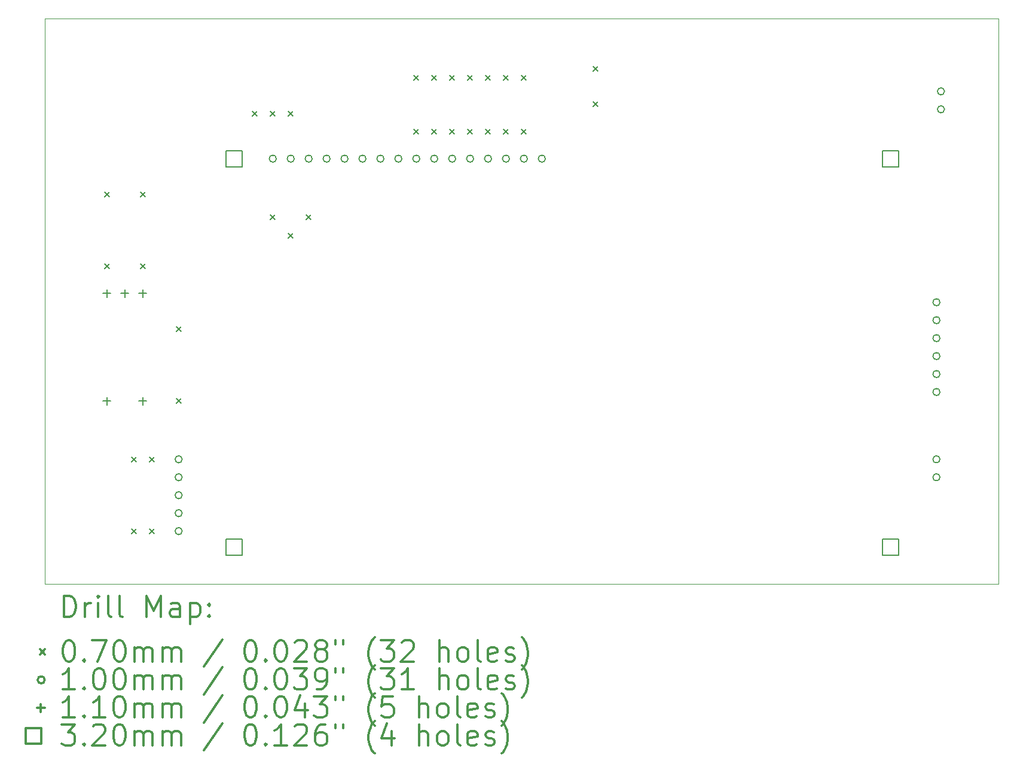
<source format=gbr>
%FSLAX45Y45*%
G04 Gerber Fmt 4.5, Leading zero omitted, Abs format (unit mm)*
G04 Created by KiCad (PCBNEW 4.0.1-stable) date 01/02/17 16:37:33*
%MOMM*%
G01*
G04 APERTURE LIST*
%ADD10C,0.127000*%
%ADD11C,0.100000*%
%ADD12C,0.200000*%
%ADD13C,0.300000*%
G04 APERTURE END LIST*
D10*
D11*
X7380000Y-12982000D02*
X7380000Y-4982000D01*
X20880000Y-12982000D02*
X7380000Y-12982000D01*
X20880000Y-4982000D02*
X20880000Y-12982000D01*
X7380000Y-4982000D02*
X20880000Y-4982000D01*
D12*
X8220000Y-7440000D02*
X8290000Y-7510000D01*
X8290000Y-7440000D02*
X8220000Y-7510000D01*
X8220000Y-8456000D02*
X8290000Y-8526000D01*
X8290000Y-8456000D02*
X8220000Y-8526000D01*
X8601000Y-11186500D02*
X8671000Y-11256500D01*
X8671000Y-11186500D02*
X8601000Y-11256500D01*
X8601000Y-12202500D02*
X8671000Y-12272500D01*
X8671000Y-12202500D02*
X8601000Y-12272500D01*
X8728000Y-7440000D02*
X8798000Y-7510000D01*
X8798000Y-7440000D02*
X8728000Y-7510000D01*
X8728000Y-8456000D02*
X8798000Y-8526000D01*
X8798000Y-8456000D02*
X8728000Y-8526000D01*
X8855000Y-11186500D02*
X8925000Y-11256500D01*
X8925000Y-11186500D02*
X8855000Y-11256500D01*
X8855000Y-12202500D02*
X8925000Y-12272500D01*
X8925000Y-12202500D02*
X8855000Y-12272500D01*
X9236000Y-9345000D02*
X9306000Y-9415000D01*
X9306000Y-9345000D02*
X9236000Y-9415000D01*
X9236000Y-10361000D02*
X9306000Y-10431000D01*
X9306000Y-10361000D02*
X9236000Y-10431000D01*
X10315500Y-6297000D02*
X10385500Y-6367000D01*
X10385500Y-6297000D02*
X10315500Y-6367000D01*
X10569500Y-6297000D02*
X10639500Y-6367000D01*
X10639500Y-6297000D02*
X10569500Y-6367000D01*
X10569500Y-7757500D02*
X10639500Y-7827500D01*
X10639500Y-7757500D02*
X10569500Y-7827500D01*
X10823500Y-6297000D02*
X10893500Y-6367000D01*
X10893500Y-6297000D02*
X10823500Y-6367000D01*
X10823500Y-8024200D02*
X10893500Y-8094200D01*
X10893500Y-8024200D02*
X10823500Y-8094200D01*
X11077500Y-7757500D02*
X11147500Y-7827500D01*
X11147500Y-7757500D02*
X11077500Y-7827500D01*
X12601500Y-5789000D02*
X12671500Y-5859000D01*
X12671500Y-5789000D02*
X12601500Y-5859000D01*
X12601500Y-6551000D02*
X12671500Y-6621000D01*
X12671500Y-6551000D02*
X12601500Y-6621000D01*
X12855500Y-5789000D02*
X12925500Y-5859000D01*
X12925500Y-5789000D02*
X12855500Y-5859000D01*
X12855500Y-6551000D02*
X12925500Y-6621000D01*
X12925500Y-6551000D02*
X12855500Y-6621000D01*
X13109500Y-5789000D02*
X13179500Y-5859000D01*
X13179500Y-5789000D02*
X13109500Y-5859000D01*
X13109500Y-6551000D02*
X13179500Y-6621000D01*
X13179500Y-6551000D02*
X13109500Y-6621000D01*
X13363500Y-5789000D02*
X13433500Y-5859000D01*
X13433500Y-5789000D02*
X13363500Y-5859000D01*
X13363500Y-6551000D02*
X13433500Y-6621000D01*
X13433500Y-6551000D02*
X13363500Y-6621000D01*
X13617500Y-5789000D02*
X13687500Y-5859000D01*
X13687500Y-5789000D02*
X13617500Y-5859000D01*
X13617500Y-6551000D02*
X13687500Y-6621000D01*
X13687500Y-6551000D02*
X13617500Y-6621000D01*
X13871500Y-5789000D02*
X13941500Y-5859000D01*
X13941500Y-5789000D02*
X13871500Y-5859000D01*
X13871500Y-6551000D02*
X13941500Y-6621000D01*
X13941500Y-6551000D02*
X13871500Y-6621000D01*
X14125500Y-5789000D02*
X14195500Y-5859000D01*
X14195500Y-5789000D02*
X14125500Y-5859000D01*
X14125500Y-6551000D02*
X14195500Y-6621000D01*
X14195500Y-6551000D02*
X14125500Y-6621000D01*
X15141500Y-5662000D02*
X15211500Y-5732000D01*
X15211500Y-5662000D02*
X15141500Y-5732000D01*
X15141500Y-6162000D02*
X15211500Y-6232000D01*
X15211500Y-6162000D02*
X15141500Y-6232000D01*
X9321000Y-11221500D02*
G75*
G03X9321000Y-11221500I-50000J0D01*
G01*
X9321000Y-11475500D02*
G75*
G03X9321000Y-11475500I-50000J0D01*
G01*
X9321000Y-11729500D02*
G75*
G03X9321000Y-11729500I-50000J0D01*
G01*
X9321000Y-11983500D02*
G75*
G03X9321000Y-11983500I-50000J0D01*
G01*
X9321000Y-12237500D02*
G75*
G03X9321000Y-12237500I-50000J0D01*
G01*
X10654500Y-6967000D02*
G75*
G03X10654500Y-6967000I-50000J0D01*
G01*
X10908500Y-6967000D02*
G75*
G03X10908500Y-6967000I-50000J0D01*
G01*
X11162500Y-6967000D02*
G75*
G03X11162500Y-6967000I-50000J0D01*
G01*
X11416500Y-6967000D02*
G75*
G03X11416500Y-6967000I-50000J0D01*
G01*
X11670500Y-6967000D02*
G75*
G03X11670500Y-6967000I-50000J0D01*
G01*
X11924500Y-6967000D02*
G75*
G03X11924500Y-6967000I-50000J0D01*
G01*
X12178500Y-6967000D02*
G75*
G03X12178500Y-6967000I-50000J0D01*
G01*
X12432500Y-6967000D02*
G75*
G03X12432500Y-6967000I-50000J0D01*
G01*
X12686500Y-6967000D02*
G75*
G03X12686500Y-6967000I-50000J0D01*
G01*
X12940500Y-6967000D02*
G75*
G03X12940500Y-6967000I-50000J0D01*
G01*
X13194500Y-6967000D02*
G75*
G03X13194500Y-6967000I-50000J0D01*
G01*
X13448500Y-6967000D02*
G75*
G03X13448500Y-6967000I-50000J0D01*
G01*
X13702500Y-6967000D02*
G75*
G03X13702500Y-6967000I-50000J0D01*
G01*
X13956500Y-6967000D02*
G75*
G03X13956500Y-6967000I-50000J0D01*
G01*
X14210500Y-6967000D02*
G75*
G03X14210500Y-6967000I-50000J0D01*
G01*
X14464500Y-6967000D02*
G75*
G03X14464500Y-6967000I-50000J0D01*
G01*
X20052500Y-8999000D02*
G75*
G03X20052500Y-8999000I-50000J0D01*
G01*
X20052500Y-9253000D02*
G75*
G03X20052500Y-9253000I-50000J0D01*
G01*
X20052500Y-9507000D02*
G75*
G03X20052500Y-9507000I-50000J0D01*
G01*
X20052500Y-9761000D02*
G75*
G03X20052500Y-9761000I-50000J0D01*
G01*
X20052500Y-10015000D02*
G75*
G03X20052500Y-10015000I-50000J0D01*
G01*
X20052500Y-10269000D02*
G75*
G03X20052500Y-10269000I-50000J0D01*
G01*
X20052500Y-11221500D02*
G75*
G03X20052500Y-11221500I-50000J0D01*
G01*
X20052500Y-11475500D02*
G75*
G03X20052500Y-11475500I-50000J0D01*
G01*
X20116000Y-6014500D02*
G75*
G03X20116000Y-6014500I-50000J0D01*
G01*
X20116000Y-6268500D02*
G75*
G03X20116000Y-6268500I-50000J0D01*
G01*
X8255000Y-8817000D02*
X8255000Y-8927000D01*
X8200000Y-8872000D02*
X8310000Y-8872000D01*
X8255000Y-10341000D02*
X8255000Y-10451000D01*
X8200000Y-10396000D02*
X8310000Y-10396000D01*
X8509000Y-8817000D02*
X8509000Y-8927000D01*
X8454000Y-8872000D02*
X8564000Y-8872000D01*
X8763000Y-8817000D02*
X8763000Y-8927000D01*
X8708000Y-8872000D02*
X8818000Y-8872000D01*
X8763000Y-10341000D02*
X8763000Y-10451000D01*
X8708000Y-10396000D02*
X8818000Y-10396000D01*
X10167638Y-12580138D02*
X10167638Y-12353862D01*
X9941362Y-12353862D01*
X9941362Y-12580138D01*
X10167638Y-12580138D01*
X10167728Y-7080138D02*
X10167728Y-6853862D01*
X9941452Y-6853862D01*
X9941452Y-7080138D01*
X10167728Y-7080138D01*
X19467638Y-7080138D02*
X19467638Y-6853862D01*
X19241362Y-6853862D01*
X19241362Y-7080138D01*
X19467638Y-7080138D01*
X19467638Y-12580138D02*
X19467638Y-12353862D01*
X19241362Y-12353862D01*
X19241362Y-12580138D01*
X19467638Y-12580138D01*
D13*
X7646428Y-13452714D02*
X7646428Y-13152714D01*
X7717857Y-13152714D01*
X7760714Y-13167000D01*
X7789286Y-13195571D01*
X7803571Y-13224143D01*
X7817857Y-13281286D01*
X7817857Y-13324143D01*
X7803571Y-13381286D01*
X7789286Y-13409857D01*
X7760714Y-13438429D01*
X7717857Y-13452714D01*
X7646428Y-13452714D01*
X7946428Y-13452714D02*
X7946428Y-13252714D01*
X7946428Y-13309857D02*
X7960714Y-13281286D01*
X7975000Y-13267000D01*
X8003571Y-13252714D01*
X8032143Y-13252714D01*
X8132143Y-13452714D02*
X8132143Y-13252714D01*
X8132143Y-13152714D02*
X8117857Y-13167000D01*
X8132143Y-13181286D01*
X8146428Y-13167000D01*
X8132143Y-13152714D01*
X8132143Y-13181286D01*
X8317857Y-13452714D02*
X8289286Y-13438429D01*
X8275000Y-13409857D01*
X8275000Y-13152714D01*
X8475000Y-13452714D02*
X8446429Y-13438429D01*
X8432143Y-13409857D01*
X8432143Y-13152714D01*
X8817857Y-13452714D02*
X8817857Y-13152714D01*
X8917857Y-13367000D01*
X9017857Y-13152714D01*
X9017857Y-13452714D01*
X9289286Y-13452714D02*
X9289286Y-13295571D01*
X9275000Y-13267000D01*
X9246429Y-13252714D01*
X9189286Y-13252714D01*
X9160714Y-13267000D01*
X9289286Y-13438429D02*
X9260714Y-13452714D01*
X9189286Y-13452714D01*
X9160714Y-13438429D01*
X9146429Y-13409857D01*
X9146429Y-13381286D01*
X9160714Y-13352714D01*
X9189286Y-13338429D01*
X9260714Y-13338429D01*
X9289286Y-13324143D01*
X9432143Y-13252714D02*
X9432143Y-13552714D01*
X9432143Y-13267000D02*
X9460714Y-13252714D01*
X9517857Y-13252714D01*
X9546429Y-13267000D01*
X9560714Y-13281286D01*
X9575000Y-13309857D01*
X9575000Y-13395571D01*
X9560714Y-13424143D01*
X9546429Y-13438429D01*
X9517857Y-13452714D01*
X9460714Y-13452714D01*
X9432143Y-13438429D01*
X9703571Y-13424143D02*
X9717857Y-13438429D01*
X9703571Y-13452714D01*
X9689286Y-13438429D01*
X9703571Y-13424143D01*
X9703571Y-13452714D01*
X9703571Y-13267000D02*
X9717857Y-13281286D01*
X9703571Y-13295571D01*
X9689286Y-13281286D01*
X9703571Y-13267000D01*
X9703571Y-13295571D01*
X7305000Y-13912000D02*
X7375000Y-13982000D01*
X7375000Y-13912000D02*
X7305000Y-13982000D01*
X7703571Y-13782714D02*
X7732143Y-13782714D01*
X7760714Y-13797000D01*
X7775000Y-13811286D01*
X7789286Y-13839857D01*
X7803571Y-13897000D01*
X7803571Y-13968429D01*
X7789286Y-14025571D01*
X7775000Y-14054143D01*
X7760714Y-14068429D01*
X7732143Y-14082714D01*
X7703571Y-14082714D01*
X7675000Y-14068429D01*
X7660714Y-14054143D01*
X7646428Y-14025571D01*
X7632143Y-13968429D01*
X7632143Y-13897000D01*
X7646428Y-13839857D01*
X7660714Y-13811286D01*
X7675000Y-13797000D01*
X7703571Y-13782714D01*
X7932143Y-14054143D02*
X7946428Y-14068429D01*
X7932143Y-14082714D01*
X7917857Y-14068429D01*
X7932143Y-14054143D01*
X7932143Y-14082714D01*
X8046428Y-13782714D02*
X8246428Y-13782714D01*
X8117857Y-14082714D01*
X8417857Y-13782714D02*
X8446429Y-13782714D01*
X8475000Y-13797000D01*
X8489286Y-13811286D01*
X8503571Y-13839857D01*
X8517857Y-13897000D01*
X8517857Y-13968429D01*
X8503571Y-14025571D01*
X8489286Y-14054143D01*
X8475000Y-14068429D01*
X8446429Y-14082714D01*
X8417857Y-14082714D01*
X8389286Y-14068429D01*
X8375000Y-14054143D01*
X8360714Y-14025571D01*
X8346428Y-13968429D01*
X8346428Y-13897000D01*
X8360714Y-13839857D01*
X8375000Y-13811286D01*
X8389286Y-13797000D01*
X8417857Y-13782714D01*
X8646429Y-14082714D02*
X8646429Y-13882714D01*
X8646429Y-13911286D02*
X8660714Y-13897000D01*
X8689286Y-13882714D01*
X8732143Y-13882714D01*
X8760714Y-13897000D01*
X8775000Y-13925571D01*
X8775000Y-14082714D01*
X8775000Y-13925571D02*
X8789286Y-13897000D01*
X8817857Y-13882714D01*
X8860714Y-13882714D01*
X8889286Y-13897000D01*
X8903571Y-13925571D01*
X8903571Y-14082714D01*
X9046429Y-14082714D02*
X9046429Y-13882714D01*
X9046429Y-13911286D02*
X9060714Y-13897000D01*
X9089286Y-13882714D01*
X9132143Y-13882714D01*
X9160714Y-13897000D01*
X9175000Y-13925571D01*
X9175000Y-14082714D01*
X9175000Y-13925571D02*
X9189286Y-13897000D01*
X9217857Y-13882714D01*
X9260714Y-13882714D01*
X9289286Y-13897000D01*
X9303571Y-13925571D01*
X9303571Y-14082714D01*
X9889286Y-13768429D02*
X9632143Y-14154143D01*
X10275000Y-13782714D02*
X10303571Y-13782714D01*
X10332143Y-13797000D01*
X10346428Y-13811286D01*
X10360714Y-13839857D01*
X10375000Y-13897000D01*
X10375000Y-13968429D01*
X10360714Y-14025571D01*
X10346428Y-14054143D01*
X10332143Y-14068429D01*
X10303571Y-14082714D01*
X10275000Y-14082714D01*
X10246428Y-14068429D01*
X10232143Y-14054143D01*
X10217857Y-14025571D01*
X10203571Y-13968429D01*
X10203571Y-13897000D01*
X10217857Y-13839857D01*
X10232143Y-13811286D01*
X10246428Y-13797000D01*
X10275000Y-13782714D01*
X10503571Y-14054143D02*
X10517857Y-14068429D01*
X10503571Y-14082714D01*
X10489286Y-14068429D01*
X10503571Y-14054143D01*
X10503571Y-14082714D01*
X10703571Y-13782714D02*
X10732143Y-13782714D01*
X10760714Y-13797000D01*
X10775000Y-13811286D01*
X10789286Y-13839857D01*
X10803571Y-13897000D01*
X10803571Y-13968429D01*
X10789286Y-14025571D01*
X10775000Y-14054143D01*
X10760714Y-14068429D01*
X10732143Y-14082714D01*
X10703571Y-14082714D01*
X10675000Y-14068429D01*
X10660714Y-14054143D01*
X10646428Y-14025571D01*
X10632143Y-13968429D01*
X10632143Y-13897000D01*
X10646428Y-13839857D01*
X10660714Y-13811286D01*
X10675000Y-13797000D01*
X10703571Y-13782714D01*
X10917857Y-13811286D02*
X10932143Y-13797000D01*
X10960714Y-13782714D01*
X11032143Y-13782714D01*
X11060714Y-13797000D01*
X11075000Y-13811286D01*
X11089286Y-13839857D01*
X11089286Y-13868429D01*
X11075000Y-13911286D01*
X10903571Y-14082714D01*
X11089286Y-14082714D01*
X11260714Y-13911286D02*
X11232143Y-13897000D01*
X11217857Y-13882714D01*
X11203571Y-13854143D01*
X11203571Y-13839857D01*
X11217857Y-13811286D01*
X11232143Y-13797000D01*
X11260714Y-13782714D01*
X11317857Y-13782714D01*
X11346428Y-13797000D01*
X11360714Y-13811286D01*
X11375000Y-13839857D01*
X11375000Y-13854143D01*
X11360714Y-13882714D01*
X11346428Y-13897000D01*
X11317857Y-13911286D01*
X11260714Y-13911286D01*
X11232143Y-13925571D01*
X11217857Y-13939857D01*
X11203571Y-13968429D01*
X11203571Y-14025571D01*
X11217857Y-14054143D01*
X11232143Y-14068429D01*
X11260714Y-14082714D01*
X11317857Y-14082714D01*
X11346428Y-14068429D01*
X11360714Y-14054143D01*
X11375000Y-14025571D01*
X11375000Y-13968429D01*
X11360714Y-13939857D01*
X11346428Y-13925571D01*
X11317857Y-13911286D01*
X11489286Y-13782714D02*
X11489286Y-13839857D01*
X11603571Y-13782714D02*
X11603571Y-13839857D01*
X12046428Y-14197000D02*
X12032143Y-14182714D01*
X12003571Y-14139857D01*
X11989285Y-14111286D01*
X11975000Y-14068429D01*
X11960714Y-13997000D01*
X11960714Y-13939857D01*
X11975000Y-13868429D01*
X11989285Y-13825571D01*
X12003571Y-13797000D01*
X12032143Y-13754143D01*
X12046428Y-13739857D01*
X12132143Y-13782714D02*
X12317857Y-13782714D01*
X12217857Y-13897000D01*
X12260714Y-13897000D01*
X12289285Y-13911286D01*
X12303571Y-13925571D01*
X12317857Y-13954143D01*
X12317857Y-14025571D01*
X12303571Y-14054143D01*
X12289285Y-14068429D01*
X12260714Y-14082714D01*
X12175000Y-14082714D01*
X12146428Y-14068429D01*
X12132143Y-14054143D01*
X12432143Y-13811286D02*
X12446428Y-13797000D01*
X12475000Y-13782714D01*
X12546428Y-13782714D01*
X12575000Y-13797000D01*
X12589285Y-13811286D01*
X12603571Y-13839857D01*
X12603571Y-13868429D01*
X12589285Y-13911286D01*
X12417857Y-14082714D01*
X12603571Y-14082714D01*
X12960714Y-14082714D02*
X12960714Y-13782714D01*
X13089285Y-14082714D02*
X13089285Y-13925571D01*
X13075000Y-13897000D01*
X13046428Y-13882714D01*
X13003571Y-13882714D01*
X12975000Y-13897000D01*
X12960714Y-13911286D01*
X13275000Y-14082714D02*
X13246428Y-14068429D01*
X13232143Y-14054143D01*
X13217857Y-14025571D01*
X13217857Y-13939857D01*
X13232143Y-13911286D01*
X13246428Y-13897000D01*
X13275000Y-13882714D01*
X13317857Y-13882714D01*
X13346428Y-13897000D01*
X13360714Y-13911286D01*
X13375000Y-13939857D01*
X13375000Y-14025571D01*
X13360714Y-14054143D01*
X13346428Y-14068429D01*
X13317857Y-14082714D01*
X13275000Y-14082714D01*
X13546428Y-14082714D02*
X13517857Y-14068429D01*
X13503571Y-14039857D01*
X13503571Y-13782714D01*
X13775000Y-14068429D02*
X13746428Y-14082714D01*
X13689286Y-14082714D01*
X13660714Y-14068429D01*
X13646428Y-14039857D01*
X13646428Y-13925571D01*
X13660714Y-13897000D01*
X13689286Y-13882714D01*
X13746428Y-13882714D01*
X13775000Y-13897000D01*
X13789286Y-13925571D01*
X13789286Y-13954143D01*
X13646428Y-13982714D01*
X13903571Y-14068429D02*
X13932143Y-14082714D01*
X13989286Y-14082714D01*
X14017857Y-14068429D01*
X14032143Y-14039857D01*
X14032143Y-14025571D01*
X14017857Y-13997000D01*
X13989286Y-13982714D01*
X13946428Y-13982714D01*
X13917857Y-13968429D01*
X13903571Y-13939857D01*
X13903571Y-13925571D01*
X13917857Y-13897000D01*
X13946428Y-13882714D01*
X13989286Y-13882714D01*
X14017857Y-13897000D01*
X14132143Y-14197000D02*
X14146428Y-14182714D01*
X14175000Y-14139857D01*
X14189286Y-14111286D01*
X14203571Y-14068429D01*
X14217857Y-13997000D01*
X14217857Y-13939857D01*
X14203571Y-13868429D01*
X14189286Y-13825571D01*
X14175000Y-13797000D01*
X14146428Y-13754143D01*
X14132143Y-13739857D01*
X7375000Y-14343000D02*
G75*
G03X7375000Y-14343000I-50000J0D01*
G01*
X7803571Y-14478714D02*
X7632143Y-14478714D01*
X7717857Y-14478714D02*
X7717857Y-14178714D01*
X7689286Y-14221571D01*
X7660714Y-14250143D01*
X7632143Y-14264429D01*
X7932143Y-14450143D02*
X7946428Y-14464429D01*
X7932143Y-14478714D01*
X7917857Y-14464429D01*
X7932143Y-14450143D01*
X7932143Y-14478714D01*
X8132143Y-14178714D02*
X8160714Y-14178714D01*
X8189286Y-14193000D01*
X8203571Y-14207286D01*
X8217857Y-14235857D01*
X8232143Y-14293000D01*
X8232143Y-14364429D01*
X8217857Y-14421571D01*
X8203571Y-14450143D01*
X8189286Y-14464429D01*
X8160714Y-14478714D01*
X8132143Y-14478714D01*
X8103571Y-14464429D01*
X8089286Y-14450143D01*
X8075000Y-14421571D01*
X8060714Y-14364429D01*
X8060714Y-14293000D01*
X8075000Y-14235857D01*
X8089286Y-14207286D01*
X8103571Y-14193000D01*
X8132143Y-14178714D01*
X8417857Y-14178714D02*
X8446429Y-14178714D01*
X8475000Y-14193000D01*
X8489286Y-14207286D01*
X8503571Y-14235857D01*
X8517857Y-14293000D01*
X8517857Y-14364429D01*
X8503571Y-14421571D01*
X8489286Y-14450143D01*
X8475000Y-14464429D01*
X8446429Y-14478714D01*
X8417857Y-14478714D01*
X8389286Y-14464429D01*
X8375000Y-14450143D01*
X8360714Y-14421571D01*
X8346428Y-14364429D01*
X8346428Y-14293000D01*
X8360714Y-14235857D01*
X8375000Y-14207286D01*
X8389286Y-14193000D01*
X8417857Y-14178714D01*
X8646429Y-14478714D02*
X8646429Y-14278714D01*
X8646429Y-14307286D02*
X8660714Y-14293000D01*
X8689286Y-14278714D01*
X8732143Y-14278714D01*
X8760714Y-14293000D01*
X8775000Y-14321571D01*
X8775000Y-14478714D01*
X8775000Y-14321571D02*
X8789286Y-14293000D01*
X8817857Y-14278714D01*
X8860714Y-14278714D01*
X8889286Y-14293000D01*
X8903571Y-14321571D01*
X8903571Y-14478714D01*
X9046429Y-14478714D02*
X9046429Y-14278714D01*
X9046429Y-14307286D02*
X9060714Y-14293000D01*
X9089286Y-14278714D01*
X9132143Y-14278714D01*
X9160714Y-14293000D01*
X9175000Y-14321571D01*
X9175000Y-14478714D01*
X9175000Y-14321571D02*
X9189286Y-14293000D01*
X9217857Y-14278714D01*
X9260714Y-14278714D01*
X9289286Y-14293000D01*
X9303571Y-14321571D01*
X9303571Y-14478714D01*
X9889286Y-14164429D02*
X9632143Y-14550143D01*
X10275000Y-14178714D02*
X10303571Y-14178714D01*
X10332143Y-14193000D01*
X10346428Y-14207286D01*
X10360714Y-14235857D01*
X10375000Y-14293000D01*
X10375000Y-14364429D01*
X10360714Y-14421571D01*
X10346428Y-14450143D01*
X10332143Y-14464429D01*
X10303571Y-14478714D01*
X10275000Y-14478714D01*
X10246428Y-14464429D01*
X10232143Y-14450143D01*
X10217857Y-14421571D01*
X10203571Y-14364429D01*
X10203571Y-14293000D01*
X10217857Y-14235857D01*
X10232143Y-14207286D01*
X10246428Y-14193000D01*
X10275000Y-14178714D01*
X10503571Y-14450143D02*
X10517857Y-14464429D01*
X10503571Y-14478714D01*
X10489286Y-14464429D01*
X10503571Y-14450143D01*
X10503571Y-14478714D01*
X10703571Y-14178714D02*
X10732143Y-14178714D01*
X10760714Y-14193000D01*
X10775000Y-14207286D01*
X10789286Y-14235857D01*
X10803571Y-14293000D01*
X10803571Y-14364429D01*
X10789286Y-14421571D01*
X10775000Y-14450143D01*
X10760714Y-14464429D01*
X10732143Y-14478714D01*
X10703571Y-14478714D01*
X10675000Y-14464429D01*
X10660714Y-14450143D01*
X10646428Y-14421571D01*
X10632143Y-14364429D01*
X10632143Y-14293000D01*
X10646428Y-14235857D01*
X10660714Y-14207286D01*
X10675000Y-14193000D01*
X10703571Y-14178714D01*
X10903571Y-14178714D02*
X11089286Y-14178714D01*
X10989286Y-14293000D01*
X11032143Y-14293000D01*
X11060714Y-14307286D01*
X11075000Y-14321571D01*
X11089286Y-14350143D01*
X11089286Y-14421571D01*
X11075000Y-14450143D01*
X11060714Y-14464429D01*
X11032143Y-14478714D01*
X10946428Y-14478714D01*
X10917857Y-14464429D01*
X10903571Y-14450143D01*
X11232143Y-14478714D02*
X11289285Y-14478714D01*
X11317857Y-14464429D01*
X11332143Y-14450143D01*
X11360714Y-14407286D01*
X11375000Y-14350143D01*
X11375000Y-14235857D01*
X11360714Y-14207286D01*
X11346428Y-14193000D01*
X11317857Y-14178714D01*
X11260714Y-14178714D01*
X11232143Y-14193000D01*
X11217857Y-14207286D01*
X11203571Y-14235857D01*
X11203571Y-14307286D01*
X11217857Y-14335857D01*
X11232143Y-14350143D01*
X11260714Y-14364429D01*
X11317857Y-14364429D01*
X11346428Y-14350143D01*
X11360714Y-14335857D01*
X11375000Y-14307286D01*
X11489286Y-14178714D02*
X11489286Y-14235857D01*
X11603571Y-14178714D02*
X11603571Y-14235857D01*
X12046428Y-14593000D02*
X12032143Y-14578714D01*
X12003571Y-14535857D01*
X11989285Y-14507286D01*
X11975000Y-14464429D01*
X11960714Y-14393000D01*
X11960714Y-14335857D01*
X11975000Y-14264429D01*
X11989285Y-14221571D01*
X12003571Y-14193000D01*
X12032143Y-14150143D01*
X12046428Y-14135857D01*
X12132143Y-14178714D02*
X12317857Y-14178714D01*
X12217857Y-14293000D01*
X12260714Y-14293000D01*
X12289285Y-14307286D01*
X12303571Y-14321571D01*
X12317857Y-14350143D01*
X12317857Y-14421571D01*
X12303571Y-14450143D01*
X12289285Y-14464429D01*
X12260714Y-14478714D01*
X12175000Y-14478714D01*
X12146428Y-14464429D01*
X12132143Y-14450143D01*
X12603571Y-14478714D02*
X12432143Y-14478714D01*
X12517857Y-14478714D02*
X12517857Y-14178714D01*
X12489285Y-14221571D01*
X12460714Y-14250143D01*
X12432143Y-14264429D01*
X12960714Y-14478714D02*
X12960714Y-14178714D01*
X13089285Y-14478714D02*
X13089285Y-14321571D01*
X13075000Y-14293000D01*
X13046428Y-14278714D01*
X13003571Y-14278714D01*
X12975000Y-14293000D01*
X12960714Y-14307286D01*
X13275000Y-14478714D02*
X13246428Y-14464429D01*
X13232143Y-14450143D01*
X13217857Y-14421571D01*
X13217857Y-14335857D01*
X13232143Y-14307286D01*
X13246428Y-14293000D01*
X13275000Y-14278714D01*
X13317857Y-14278714D01*
X13346428Y-14293000D01*
X13360714Y-14307286D01*
X13375000Y-14335857D01*
X13375000Y-14421571D01*
X13360714Y-14450143D01*
X13346428Y-14464429D01*
X13317857Y-14478714D01*
X13275000Y-14478714D01*
X13546428Y-14478714D02*
X13517857Y-14464429D01*
X13503571Y-14435857D01*
X13503571Y-14178714D01*
X13775000Y-14464429D02*
X13746428Y-14478714D01*
X13689286Y-14478714D01*
X13660714Y-14464429D01*
X13646428Y-14435857D01*
X13646428Y-14321571D01*
X13660714Y-14293000D01*
X13689286Y-14278714D01*
X13746428Y-14278714D01*
X13775000Y-14293000D01*
X13789286Y-14321571D01*
X13789286Y-14350143D01*
X13646428Y-14378714D01*
X13903571Y-14464429D02*
X13932143Y-14478714D01*
X13989286Y-14478714D01*
X14017857Y-14464429D01*
X14032143Y-14435857D01*
X14032143Y-14421571D01*
X14017857Y-14393000D01*
X13989286Y-14378714D01*
X13946428Y-14378714D01*
X13917857Y-14364429D01*
X13903571Y-14335857D01*
X13903571Y-14321571D01*
X13917857Y-14293000D01*
X13946428Y-14278714D01*
X13989286Y-14278714D01*
X14017857Y-14293000D01*
X14132143Y-14593000D02*
X14146428Y-14578714D01*
X14175000Y-14535857D01*
X14189286Y-14507286D01*
X14203571Y-14464429D01*
X14217857Y-14393000D01*
X14217857Y-14335857D01*
X14203571Y-14264429D01*
X14189286Y-14221571D01*
X14175000Y-14193000D01*
X14146428Y-14150143D01*
X14132143Y-14135857D01*
X7320000Y-14684000D02*
X7320000Y-14794000D01*
X7265000Y-14739000D02*
X7375000Y-14739000D01*
X7803571Y-14874714D02*
X7632143Y-14874714D01*
X7717857Y-14874714D02*
X7717857Y-14574714D01*
X7689286Y-14617571D01*
X7660714Y-14646143D01*
X7632143Y-14660429D01*
X7932143Y-14846143D02*
X7946428Y-14860429D01*
X7932143Y-14874714D01*
X7917857Y-14860429D01*
X7932143Y-14846143D01*
X7932143Y-14874714D01*
X8232143Y-14874714D02*
X8060714Y-14874714D01*
X8146428Y-14874714D02*
X8146428Y-14574714D01*
X8117857Y-14617571D01*
X8089286Y-14646143D01*
X8060714Y-14660429D01*
X8417857Y-14574714D02*
X8446429Y-14574714D01*
X8475000Y-14589000D01*
X8489286Y-14603286D01*
X8503571Y-14631857D01*
X8517857Y-14689000D01*
X8517857Y-14760429D01*
X8503571Y-14817571D01*
X8489286Y-14846143D01*
X8475000Y-14860429D01*
X8446429Y-14874714D01*
X8417857Y-14874714D01*
X8389286Y-14860429D01*
X8375000Y-14846143D01*
X8360714Y-14817571D01*
X8346428Y-14760429D01*
X8346428Y-14689000D01*
X8360714Y-14631857D01*
X8375000Y-14603286D01*
X8389286Y-14589000D01*
X8417857Y-14574714D01*
X8646429Y-14874714D02*
X8646429Y-14674714D01*
X8646429Y-14703286D02*
X8660714Y-14689000D01*
X8689286Y-14674714D01*
X8732143Y-14674714D01*
X8760714Y-14689000D01*
X8775000Y-14717571D01*
X8775000Y-14874714D01*
X8775000Y-14717571D02*
X8789286Y-14689000D01*
X8817857Y-14674714D01*
X8860714Y-14674714D01*
X8889286Y-14689000D01*
X8903571Y-14717571D01*
X8903571Y-14874714D01*
X9046429Y-14874714D02*
X9046429Y-14674714D01*
X9046429Y-14703286D02*
X9060714Y-14689000D01*
X9089286Y-14674714D01*
X9132143Y-14674714D01*
X9160714Y-14689000D01*
X9175000Y-14717571D01*
X9175000Y-14874714D01*
X9175000Y-14717571D02*
X9189286Y-14689000D01*
X9217857Y-14674714D01*
X9260714Y-14674714D01*
X9289286Y-14689000D01*
X9303571Y-14717571D01*
X9303571Y-14874714D01*
X9889286Y-14560429D02*
X9632143Y-14946143D01*
X10275000Y-14574714D02*
X10303571Y-14574714D01*
X10332143Y-14589000D01*
X10346428Y-14603286D01*
X10360714Y-14631857D01*
X10375000Y-14689000D01*
X10375000Y-14760429D01*
X10360714Y-14817571D01*
X10346428Y-14846143D01*
X10332143Y-14860429D01*
X10303571Y-14874714D01*
X10275000Y-14874714D01*
X10246428Y-14860429D01*
X10232143Y-14846143D01*
X10217857Y-14817571D01*
X10203571Y-14760429D01*
X10203571Y-14689000D01*
X10217857Y-14631857D01*
X10232143Y-14603286D01*
X10246428Y-14589000D01*
X10275000Y-14574714D01*
X10503571Y-14846143D02*
X10517857Y-14860429D01*
X10503571Y-14874714D01*
X10489286Y-14860429D01*
X10503571Y-14846143D01*
X10503571Y-14874714D01*
X10703571Y-14574714D02*
X10732143Y-14574714D01*
X10760714Y-14589000D01*
X10775000Y-14603286D01*
X10789286Y-14631857D01*
X10803571Y-14689000D01*
X10803571Y-14760429D01*
X10789286Y-14817571D01*
X10775000Y-14846143D01*
X10760714Y-14860429D01*
X10732143Y-14874714D01*
X10703571Y-14874714D01*
X10675000Y-14860429D01*
X10660714Y-14846143D01*
X10646428Y-14817571D01*
X10632143Y-14760429D01*
X10632143Y-14689000D01*
X10646428Y-14631857D01*
X10660714Y-14603286D01*
X10675000Y-14589000D01*
X10703571Y-14574714D01*
X11060714Y-14674714D02*
X11060714Y-14874714D01*
X10989286Y-14560429D02*
X10917857Y-14774714D01*
X11103571Y-14774714D01*
X11189285Y-14574714D02*
X11375000Y-14574714D01*
X11275000Y-14689000D01*
X11317857Y-14689000D01*
X11346428Y-14703286D01*
X11360714Y-14717571D01*
X11375000Y-14746143D01*
X11375000Y-14817571D01*
X11360714Y-14846143D01*
X11346428Y-14860429D01*
X11317857Y-14874714D01*
X11232143Y-14874714D01*
X11203571Y-14860429D01*
X11189285Y-14846143D01*
X11489286Y-14574714D02*
X11489286Y-14631857D01*
X11603571Y-14574714D02*
X11603571Y-14631857D01*
X12046428Y-14989000D02*
X12032143Y-14974714D01*
X12003571Y-14931857D01*
X11989285Y-14903286D01*
X11975000Y-14860429D01*
X11960714Y-14789000D01*
X11960714Y-14731857D01*
X11975000Y-14660429D01*
X11989285Y-14617571D01*
X12003571Y-14589000D01*
X12032143Y-14546143D01*
X12046428Y-14531857D01*
X12303571Y-14574714D02*
X12160714Y-14574714D01*
X12146428Y-14717571D01*
X12160714Y-14703286D01*
X12189285Y-14689000D01*
X12260714Y-14689000D01*
X12289285Y-14703286D01*
X12303571Y-14717571D01*
X12317857Y-14746143D01*
X12317857Y-14817571D01*
X12303571Y-14846143D01*
X12289285Y-14860429D01*
X12260714Y-14874714D01*
X12189285Y-14874714D01*
X12160714Y-14860429D01*
X12146428Y-14846143D01*
X12675000Y-14874714D02*
X12675000Y-14574714D01*
X12803571Y-14874714D02*
X12803571Y-14717571D01*
X12789285Y-14689000D01*
X12760714Y-14674714D01*
X12717857Y-14674714D01*
X12689285Y-14689000D01*
X12675000Y-14703286D01*
X12989285Y-14874714D02*
X12960714Y-14860429D01*
X12946428Y-14846143D01*
X12932143Y-14817571D01*
X12932143Y-14731857D01*
X12946428Y-14703286D01*
X12960714Y-14689000D01*
X12989285Y-14674714D01*
X13032143Y-14674714D01*
X13060714Y-14689000D01*
X13075000Y-14703286D01*
X13089285Y-14731857D01*
X13089285Y-14817571D01*
X13075000Y-14846143D01*
X13060714Y-14860429D01*
X13032143Y-14874714D01*
X12989285Y-14874714D01*
X13260714Y-14874714D02*
X13232143Y-14860429D01*
X13217857Y-14831857D01*
X13217857Y-14574714D01*
X13489286Y-14860429D02*
X13460714Y-14874714D01*
X13403571Y-14874714D01*
X13375000Y-14860429D01*
X13360714Y-14831857D01*
X13360714Y-14717571D01*
X13375000Y-14689000D01*
X13403571Y-14674714D01*
X13460714Y-14674714D01*
X13489286Y-14689000D01*
X13503571Y-14717571D01*
X13503571Y-14746143D01*
X13360714Y-14774714D01*
X13617857Y-14860429D02*
X13646428Y-14874714D01*
X13703571Y-14874714D01*
X13732143Y-14860429D01*
X13746428Y-14831857D01*
X13746428Y-14817571D01*
X13732143Y-14789000D01*
X13703571Y-14774714D01*
X13660714Y-14774714D01*
X13632143Y-14760429D01*
X13617857Y-14731857D01*
X13617857Y-14717571D01*
X13632143Y-14689000D01*
X13660714Y-14674714D01*
X13703571Y-14674714D01*
X13732143Y-14689000D01*
X13846428Y-14989000D02*
X13860714Y-14974714D01*
X13889286Y-14931857D01*
X13903571Y-14903286D01*
X13917857Y-14860429D01*
X13932143Y-14789000D01*
X13932143Y-14731857D01*
X13917857Y-14660429D01*
X13903571Y-14617571D01*
X13889286Y-14589000D01*
X13860714Y-14546143D01*
X13846428Y-14531857D01*
X7328138Y-15248138D02*
X7328138Y-15021862D01*
X7101862Y-15021862D01*
X7101862Y-15248138D01*
X7328138Y-15248138D01*
X7617857Y-14970714D02*
X7803571Y-14970714D01*
X7703571Y-15085000D01*
X7746428Y-15085000D01*
X7775000Y-15099286D01*
X7789286Y-15113571D01*
X7803571Y-15142143D01*
X7803571Y-15213571D01*
X7789286Y-15242143D01*
X7775000Y-15256429D01*
X7746428Y-15270714D01*
X7660714Y-15270714D01*
X7632143Y-15256429D01*
X7617857Y-15242143D01*
X7932143Y-15242143D02*
X7946428Y-15256429D01*
X7932143Y-15270714D01*
X7917857Y-15256429D01*
X7932143Y-15242143D01*
X7932143Y-15270714D01*
X8060714Y-14999286D02*
X8075000Y-14985000D01*
X8103571Y-14970714D01*
X8175000Y-14970714D01*
X8203571Y-14985000D01*
X8217857Y-14999286D01*
X8232143Y-15027857D01*
X8232143Y-15056429D01*
X8217857Y-15099286D01*
X8046428Y-15270714D01*
X8232143Y-15270714D01*
X8417857Y-14970714D02*
X8446429Y-14970714D01*
X8475000Y-14985000D01*
X8489286Y-14999286D01*
X8503571Y-15027857D01*
X8517857Y-15085000D01*
X8517857Y-15156429D01*
X8503571Y-15213571D01*
X8489286Y-15242143D01*
X8475000Y-15256429D01*
X8446429Y-15270714D01*
X8417857Y-15270714D01*
X8389286Y-15256429D01*
X8375000Y-15242143D01*
X8360714Y-15213571D01*
X8346428Y-15156429D01*
X8346428Y-15085000D01*
X8360714Y-15027857D01*
X8375000Y-14999286D01*
X8389286Y-14985000D01*
X8417857Y-14970714D01*
X8646429Y-15270714D02*
X8646429Y-15070714D01*
X8646429Y-15099286D02*
X8660714Y-15085000D01*
X8689286Y-15070714D01*
X8732143Y-15070714D01*
X8760714Y-15085000D01*
X8775000Y-15113571D01*
X8775000Y-15270714D01*
X8775000Y-15113571D02*
X8789286Y-15085000D01*
X8817857Y-15070714D01*
X8860714Y-15070714D01*
X8889286Y-15085000D01*
X8903571Y-15113571D01*
X8903571Y-15270714D01*
X9046429Y-15270714D02*
X9046429Y-15070714D01*
X9046429Y-15099286D02*
X9060714Y-15085000D01*
X9089286Y-15070714D01*
X9132143Y-15070714D01*
X9160714Y-15085000D01*
X9175000Y-15113571D01*
X9175000Y-15270714D01*
X9175000Y-15113571D02*
X9189286Y-15085000D01*
X9217857Y-15070714D01*
X9260714Y-15070714D01*
X9289286Y-15085000D01*
X9303571Y-15113571D01*
X9303571Y-15270714D01*
X9889286Y-14956429D02*
X9632143Y-15342143D01*
X10275000Y-14970714D02*
X10303571Y-14970714D01*
X10332143Y-14985000D01*
X10346428Y-14999286D01*
X10360714Y-15027857D01*
X10375000Y-15085000D01*
X10375000Y-15156429D01*
X10360714Y-15213571D01*
X10346428Y-15242143D01*
X10332143Y-15256429D01*
X10303571Y-15270714D01*
X10275000Y-15270714D01*
X10246428Y-15256429D01*
X10232143Y-15242143D01*
X10217857Y-15213571D01*
X10203571Y-15156429D01*
X10203571Y-15085000D01*
X10217857Y-15027857D01*
X10232143Y-14999286D01*
X10246428Y-14985000D01*
X10275000Y-14970714D01*
X10503571Y-15242143D02*
X10517857Y-15256429D01*
X10503571Y-15270714D01*
X10489286Y-15256429D01*
X10503571Y-15242143D01*
X10503571Y-15270714D01*
X10803571Y-15270714D02*
X10632143Y-15270714D01*
X10717857Y-15270714D02*
X10717857Y-14970714D01*
X10689286Y-15013571D01*
X10660714Y-15042143D01*
X10632143Y-15056429D01*
X10917857Y-14999286D02*
X10932143Y-14985000D01*
X10960714Y-14970714D01*
X11032143Y-14970714D01*
X11060714Y-14985000D01*
X11075000Y-14999286D01*
X11089286Y-15027857D01*
X11089286Y-15056429D01*
X11075000Y-15099286D01*
X10903571Y-15270714D01*
X11089286Y-15270714D01*
X11346428Y-14970714D02*
X11289285Y-14970714D01*
X11260714Y-14985000D01*
X11246428Y-14999286D01*
X11217857Y-15042143D01*
X11203571Y-15099286D01*
X11203571Y-15213571D01*
X11217857Y-15242143D01*
X11232143Y-15256429D01*
X11260714Y-15270714D01*
X11317857Y-15270714D01*
X11346428Y-15256429D01*
X11360714Y-15242143D01*
X11375000Y-15213571D01*
X11375000Y-15142143D01*
X11360714Y-15113571D01*
X11346428Y-15099286D01*
X11317857Y-15085000D01*
X11260714Y-15085000D01*
X11232143Y-15099286D01*
X11217857Y-15113571D01*
X11203571Y-15142143D01*
X11489286Y-14970714D02*
X11489286Y-15027857D01*
X11603571Y-14970714D02*
X11603571Y-15027857D01*
X12046428Y-15385000D02*
X12032143Y-15370714D01*
X12003571Y-15327857D01*
X11989285Y-15299286D01*
X11975000Y-15256429D01*
X11960714Y-15185000D01*
X11960714Y-15127857D01*
X11975000Y-15056429D01*
X11989285Y-15013571D01*
X12003571Y-14985000D01*
X12032143Y-14942143D01*
X12046428Y-14927857D01*
X12289285Y-15070714D02*
X12289285Y-15270714D01*
X12217857Y-14956429D02*
X12146428Y-15170714D01*
X12332143Y-15170714D01*
X12675000Y-15270714D02*
X12675000Y-14970714D01*
X12803571Y-15270714D02*
X12803571Y-15113571D01*
X12789285Y-15085000D01*
X12760714Y-15070714D01*
X12717857Y-15070714D01*
X12689285Y-15085000D01*
X12675000Y-15099286D01*
X12989285Y-15270714D02*
X12960714Y-15256429D01*
X12946428Y-15242143D01*
X12932143Y-15213571D01*
X12932143Y-15127857D01*
X12946428Y-15099286D01*
X12960714Y-15085000D01*
X12989285Y-15070714D01*
X13032143Y-15070714D01*
X13060714Y-15085000D01*
X13075000Y-15099286D01*
X13089285Y-15127857D01*
X13089285Y-15213571D01*
X13075000Y-15242143D01*
X13060714Y-15256429D01*
X13032143Y-15270714D01*
X12989285Y-15270714D01*
X13260714Y-15270714D02*
X13232143Y-15256429D01*
X13217857Y-15227857D01*
X13217857Y-14970714D01*
X13489286Y-15256429D02*
X13460714Y-15270714D01*
X13403571Y-15270714D01*
X13375000Y-15256429D01*
X13360714Y-15227857D01*
X13360714Y-15113571D01*
X13375000Y-15085000D01*
X13403571Y-15070714D01*
X13460714Y-15070714D01*
X13489286Y-15085000D01*
X13503571Y-15113571D01*
X13503571Y-15142143D01*
X13360714Y-15170714D01*
X13617857Y-15256429D02*
X13646428Y-15270714D01*
X13703571Y-15270714D01*
X13732143Y-15256429D01*
X13746428Y-15227857D01*
X13746428Y-15213571D01*
X13732143Y-15185000D01*
X13703571Y-15170714D01*
X13660714Y-15170714D01*
X13632143Y-15156429D01*
X13617857Y-15127857D01*
X13617857Y-15113571D01*
X13632143Y-15085000D01*
X13660714Y-15070714D01*
X13703571Y-15070714D01*
X13732143Y-15085000D01*
X13846428Y-15385000D02*
X13860714Y-15370714D01*
X13889286Y-15327857D01*
X13903571Y-15299286D01*
X13917857Y-15256429D01*
X13932143Y-15185000D01*
X13932143Y-15127857D01*
X13917857Y-15056429D01*
X13903571Y-15013571D01*
X13889286Y-14985000D01*
X13860714Y-14942143D01*
X13846428Y-14927857D01*
M02*

</source>
